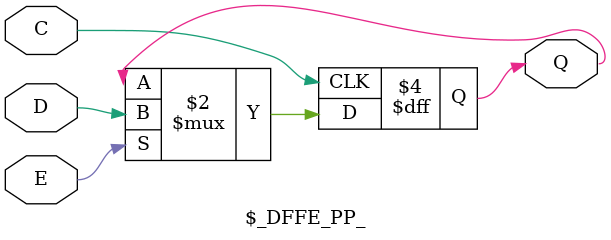
<source format=v>
module \$_DFFE_PP_ (D, C, E, Q);
input D, C, E;
output reg Q;
always @(posedge C) begin
	if (E) Q <= D;
end
endmodule

</source>
